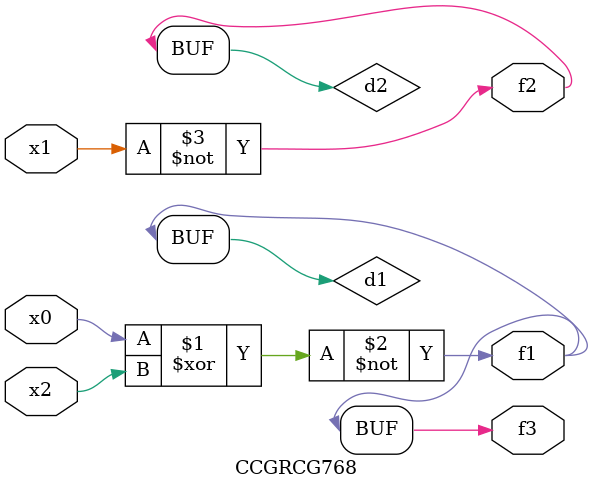
<source format=v>
module CCGRCG768(
	input x0, x1, x2,
	output f1, f2, f3
);

	wire d1, d2, d3;

	xnor (d1, x0, x2);
	nand (d2, x1);
	nor (d3, x1, x2);
	assign f1 = d1;
	assign f2 = d2;
	assign f3 = d1;
endmodule

</source>
